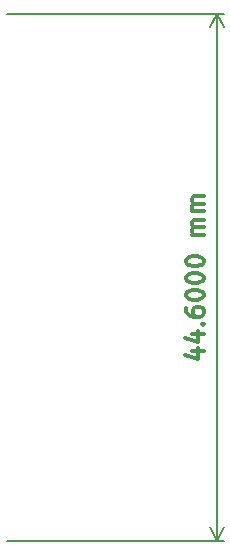
<source format=gbr>
%TF.GenerationSoftware,KiCad,Pcbnew,8.0.4*%
%TF.CreationDate,2024-08-26T12:07:15-05:00*%
%TF.ProjectId,iCEGenius,69434547-656e-4697-9573-2e6b69636164,rev?*%
%TF.SameCoordinates,Original*%
%TF.FileFunction,Other,Comment*%
%FSLAX46Y46*%
G04 Gerber Fmt 4.6, Leading zero omitted, Abs format (unit mm)*
G04 Created by KiCad (PCBNEW 8.0.4) date 2024-08-26 12:07:15*
%MOMM*%
%LPD*%
G01*
G04 APERTURE LIST*
%ADD10C,0.300000*%
%ADD11C,0.200000*%
G04 APERTURE END LIST*
D10*
X178478328Y-105514283D02*
X179478328Y-105514283D01*
X177906900Y-105871425D02*
X178978328Y-106228568D01*
X178978328Y-106228568D02*
X178978328Y-105299997D01*
X178478328Y-104085712D02*
X179478328Y-104085712D01*
X177906900Y-104442854D02*
X178978328Y-104799997D01*
X178978328Y-104799997D02*
X178978328Y-103871426D01*
X179335471Y-103299998D02*
X179406900Y-103228569D01*
X179406900Y-103228569D02*
X179478328Y-103299998D01*
X179478328Y-103299998D02*
X179406900Y-103371426D01*
X179406900Y-103371426D02*
X179335471Y-103299998D01*
X179335471Y-103299998D02*
X179478328Y-103299998D01*
X177978328Y-101942855D02*
X177978328Y-102228569D01*
X177978328Y-102228569D02*
X178049757Y-102371426D01*
X178049757Y-102371426D02*
X178121185Y-102442855D01*
X178121185Y-102442855D02*
X178335471Y-102585712D01*
X178335471Y-102585712D02*
X178621185Y-102657140D01*
X178621185Y-102657140D02*
X179192614Y-102657140D01*
X179192614Y-102657140D02*
X179335471Y-102585712D01*
X179335471Y-102585712D02*
X179406900Y-102514283D01*
X179406900Y-102514283D02*
X179478328Y-102371426D01*
X179478328Y-102371426D02*
X179478328Y-102085712D01*
X179478328Y-102085712D02*
X179406900Y-101942855D01*
X179406900Y-101942855D02*
X179335471Y-101871426D01*
X179335471Y-101871426D02*
X179192614Y-101799997D01*
X179192614Y-101799997D02*
X178835471Y-101799997D01*
X178835471Y-101799997D02*
X178692614Y-101871426D01*
X178692614Y-101871426D02*
X178621185Y-101942855D01*
X178621185Y-101942855D02*
X178549757Y-102085712D01*
X178549757Y-102085712D02*
X178549757Y-102371426D01*
X178549757Y-102371426D02*
X178621185Y-102514283D01*
X178621185Y-102514283D02*
X178692614Y-102585712D01*
X178692614Y-102585712D02*
X178835471Y-102657140D01*
X177978328Y-100871426D02*
X177978328Y-100728569D01*
X177978328Y-100728569D02*
X178049757Y-100585712D01*
X178049757Y-100585712D02*
X178121185Y-100514284D01*
X178121185Y-100514284D02*
X178264042Y-100442855D01*
X178264042Y-100442855D02*
X178549757Y-100371426D01*
X178549757Y-100371426D02*
X178906900Y-100371426D01*
X178906900Y-100371426D02*
X179192614Y-100442855D01*
X179192614Y-100442855D02*
X179335471Y-100514284D01*
X179335471Y-100514284D02*
X179406900Y-100585712D01*
X179406900Y-100585712D02*
X179478328Y-100728569D01*
X179478328Y-100728569D02*
X179478328Y-100871426D01*
X179478328Y-100871426D02*
X179406900Y-101014284D01*
X179406900Y-101014284D02*
X179335471Y-101085712D01*
X179335471Y-101085712D02*
X179192614Y-101157141D01*
X179192614Y-101157141D02*
X178906900Y-101228569D01*
X178906900Y-101228569D02*
X178549757Y-101228569D01*
X178549757Y-101228569D02*
X178264042Y-101157141D01*
X178264042Y-101157141D02*
X178121185Y-101085712D01*
X178121185Y-101085712D02*
X178049757Y-101014284D01*
X178049757Y-101014284D02*
X177978328Y-100871426D01*
X177978328Y-99442855D02*
X177978328Y-99299998D01*
X177978328Y-99299998D02*
X178049757Y-99157141D01*
X178049757Y-99157141D02*
X178121185Y-99085713D01*
X178121185Y-99085713D02*
X178264042Y-99014284D01*
X178264042Y-99014284D02*
X178549757Y-98942855D01*
X178549757Y-98942855D02*
X178906900Y-98942855D01*
X178906900Y-98942855D02*
X179192614Y-99014284D01*
X179192614Y-99014284D02*
X179335471Y-99085713D01*
X179335471Y-99085713D02*
X179406900Y-99157141D01*
X179406900Y-99157141D02*
X179478328Y-99299998D01*
X179478328Y-99299998D02*
X179478328Y-99442855D01*
X179478328Y-99442855D02*
X179406900Y-99585713D01*
X179406900Y-99585713D02*
X179335471Y-99657141D01*
X179335471Y-99657141D02*
X179192614Y-99728570D01*
X179192614Y-99728570D02*
X178906900Y-99799998D01*
X178906900Y-99799998D02*
X178549757Y-99799998D01*
X178549757Y-99799998D02*
X178264042Y-99728570D01*
X178264042Y-99728570D02*
X178121185Y-99657141D01*
X178121185Y-99657141D02*
X178049757Y-99585713D01*
X178049757Y-99585713D02*
X177978328Y-99442855D01*
X177978328Y-98014284D02*
X177978328Y-97871427D01*
X177978328Y-97871427D02*
X178049757Y-97728570D01*
X178049757Y-97728570D02*
X178121185Y-97657142D01*
X178121185Y-97657142D02*
X178264042Y-97585713D01*
X178264042Y-97585713D02*
X178549757Y-97514284D01*
X178549757Y-97514284D02*
X178906900Y-97514284D01*
X178906900Y-97514284D02*
X179192614Y-97585713D01*
X179192614Y-97585713D02*
X179335471Y-97657142D01*
X179335471Y-97657142D02*
X179406900Y-97728570D01*
X179406900Y-97728570D02*
X179478328Y-97871427D01*
X179478328Y-97871427D02*
X179478328Y-98014284D01*
X179478328Y-98014284D02*
X179406900Y-98157142D01*
X179406900Y-98157142D02*
X179335471Y-98228570D01*
X179335471Y-98228570D02*
X179192614Y-98299999D01*
X179192614Y-98299999D02*
X178906900Y-98371427D01*
X178906900Y-98371427D02*
X178549757Y-98371427D01*
X178549757Y-98371427D02*
X178264042Y-98299999D01*
X178264042Y-98299999D02*
X178121185Y-98228570D01*
X178121185Y-98228570D02*
X178049757Y-98157142D01*
X178049757Y-98157142D02*
X177978328Y-98014284D01*
X179478328Y-95728571D02*
X178478328Y-95728571D01*
X178621185Y-95728571D02*
X178549757Y-95657142D01*
X178549757Y-95657142D02*
X178478328Y-95514285D01*
X178478328Y-95514285D02*
X178478328Y-95299999D01*
X178478328Y-95299999D02*
X178549757Y-95157142D01*
X178549757Y-95157142D02*
X178692614Y-95085714D01*
X178692614Y-95085714D02*
X179478328Y-95085714D01*
X178692614Y-95085714D02*
X178549757Y-95014285D01*
X178549757Y-95014285D02*
X178478328Y-94871428D01*
X178478328Y-94871428D02*
X178478328Y-94657142D01*
X178478328Y-94657142D02*
X178549757Y-94514285D01*
X178549757Y-94514285D02*
X178692614Y-94442856D01*
X178692614Y-94442856D02*
X179478328Y-94442856D01*
X179478328Y-93728571D02*
X178478328Y-93728571D01*
X178621185Y-93728571D02*
X178549757Y-93657142D01*
X178549757Y-93657142D02*
X178478328Y-93514285D01*
X178478328Y-93514285D02*
X178478328Y-93299999D01*
X178478328Y-93299999D02*
X178549757Y-93157142D01*
X178549757Y-93157142D02*
X178692614Y-93085714D01*
X178692614Y-93085714D02*
X179478328Y-93085714D01*
X178692614Y-93085714D02*
X178549757Y-93014285D01*
X178549757Y-93014285D02*
X178478328Y-92871428D01*
X178478328Y-92871428D02*
X178478328Y-92657142D01*
X178478328Y-92657142D02*
X178549757Y-92514285D01*
X178549757Y-92514285D02*
X178692614Y-92442856D01*
X178692614Y-92442856D02*
X179478328Y-92442856D01*
D11*
X162800001Y-76999999D02*
X181186420Y-76999999D01*
X162800001Y-121599999D02*
X181186420Y-121599999D01*
X180600000Y-76999999D02*
X180600000Y-121599999D01*
X180600000Y-76999999D02*
X180600000Y-121599999D01*
X180600000Y-76999999D02*
X181186421Y-78126503D01*
X180600000Y-76999999D02*
X180013579Y-78126503D01*
X180600000Y-121599999D02*
X180013579Y-120473495D01*
X180600000Y-121599999D02*
X181186421Y-120473495D01*
M02*

</source>
